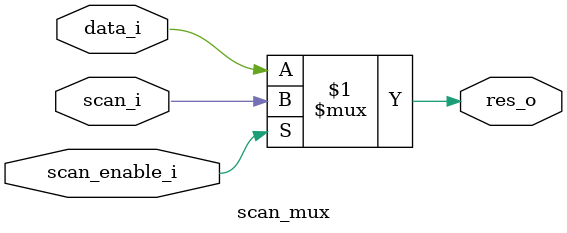
<source format=v>
module scan_mux(
	input wire data_i,
	input wire scan_i,
	input wire scan_enable_i, 

	output wire res_o);

assign res_o = scan_enable_i ? scan_i : data_i;
endmodule

</source>
